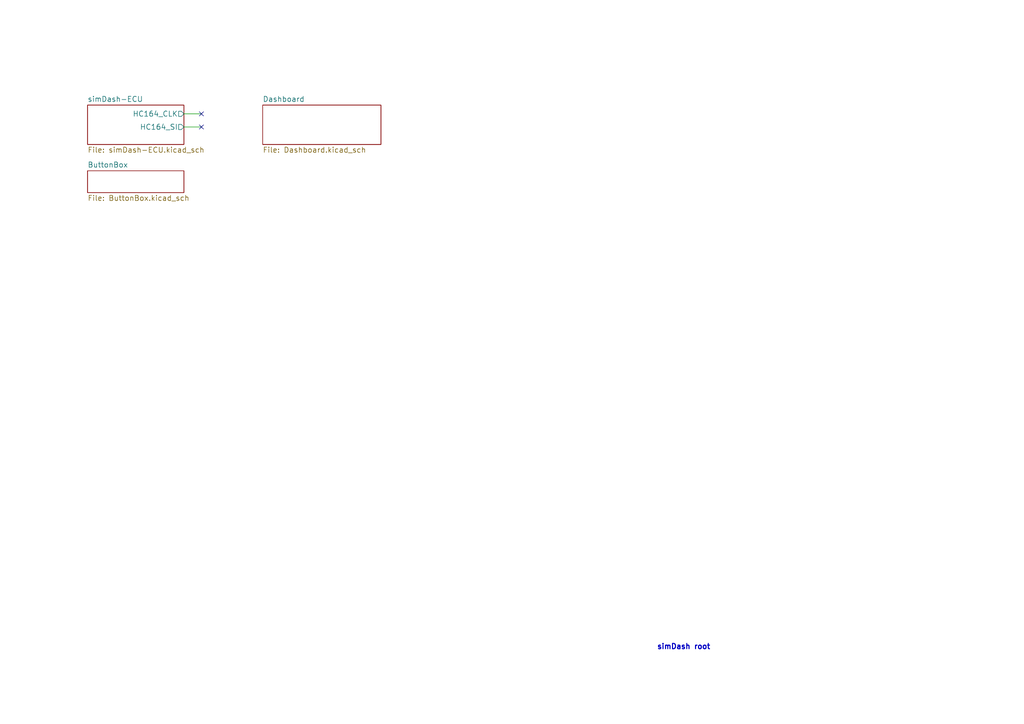
<source format=kicad_sch>
(kicad_sch (version 20211123) (generator eeschema)
  (paper "A4")
  (title_block (title "simDash") (date "23 mar 2014") (rev "1"))
  (lib_symbols)
  (no_connect (at 58.42 36.83))
  (no_connect (at 58.42 33.02))
  (wire (pts (xy 53.34 36.83) (xy 58.42 36.83)))
  (wire (pts (xy 53.34 33.02) (xy 58.42 33.02)))
  (text "simDash root" (at 190.5 188.595 0) (effects (font (size 1.524 1.524) (thickness 0.3048) bold) (justify left bottom)))
  (sheet (at 25.4 30.48) (size 27.94 11.43)
    (property "Sheet name" "simDash-ECU" (at 25.4 29.6414 0) (effects (font (size 1.524 1.524)) (justify left bottom)))
    (property "Sheet file" "simDash-ECU.kicad_sch" (at 25.4 42.5962 0) (effects (font (size 1.524 1.524)) (justify left top)))
    (pin "HC164_CLK" output (at 53.34 33.02 0) (effects (font (size 1.524 1.524))))
    (pin "HC164_SI" output (at 53.34 36.83 0) (effects (font (size 1.524 1.524))))
  )
  (sheet (at 25.4 49.53) (size 27.94 6.35)
    (property "Sheet name" "ButtonBox" (at 25.4 48.6914 0) (effects (font (size 1.524 1.524)) (justify left bottom)))
    (property "Sheet file" "ButtonBox.kicad_sch" (at 25.4 56.5662 0) (effects (font (size 1.524 1.524)) (justify left top)))
  )
  (sheet (at 76.2 30.48) (size 34.29 11.43)
    (property "Sheet name" "Dashboard" (at 76.2 29.6414 0) (effects (font (size 1.524 1.524)) (justify left bottom)))
    (property "Sheet file" "Dashboard.kicad_sch" (at 76.2 42.5962 0) (effects (font (size 1.524 1.524)) (justify left top)))
  )
)
</source>
